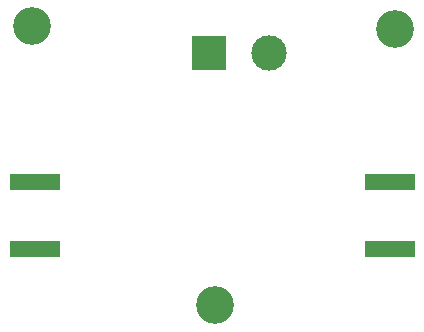
<source format=gbs>
%TF.GenerationSoftware,KiCad,Pcbnew,(5.1.9)-1*%
%TF.CreationDate,2021-06-07T18:16:05+02:00*%
%TF.ProjectId,AmplificadorV1,416d706c-6966-4696-9361-646f7256312e,rev?*%
%TF.SameCoordinates,Original*%
%TF.FileFunction,Soldermask,Bot*%
%TF.FilePolarity,Negative*%
%FSLAX46Y46*%
G04 Gerber Fmt 4.6, Leading zero omitted, Abs format (unit mm)*
G04 Created by KiCad (PCBNEW (5.1.9)-1) date 2021-06-07 18:16:05*
%MOMM*%
%LPD*%
G01*
G04 APERTURE LIST*
%ADD10R,4.200000X1.350000*%
%ADD11C,3.200000*%
%ADD12C,3.000000*%
%ADD13R,3.000000X3.000000*%
G04 APERTURE END LIST*
D10*
%TO.C,J3*%
X174806000Y-98775000D03*
X174806000Y-104425000D03*
%TD*%
%TO.C,J1*%
X144780000Y-104425000D03*
X144780000Y-98775000D03*
%TD*%
D11*
%TO.C, *%
X160020000Y-109220000D03*
%TD*%
%TO.C, *%
X144526000Y-85598000D03*
%TD*%
%TO.C, *%
X175260000Y-85852000D03*
%TD*%
D12*
%TO.C,J2*%
X164592000Y-87884000D03*
D13*
X159512000Y-87884000D03*
%TD*%
M02*

</source>
